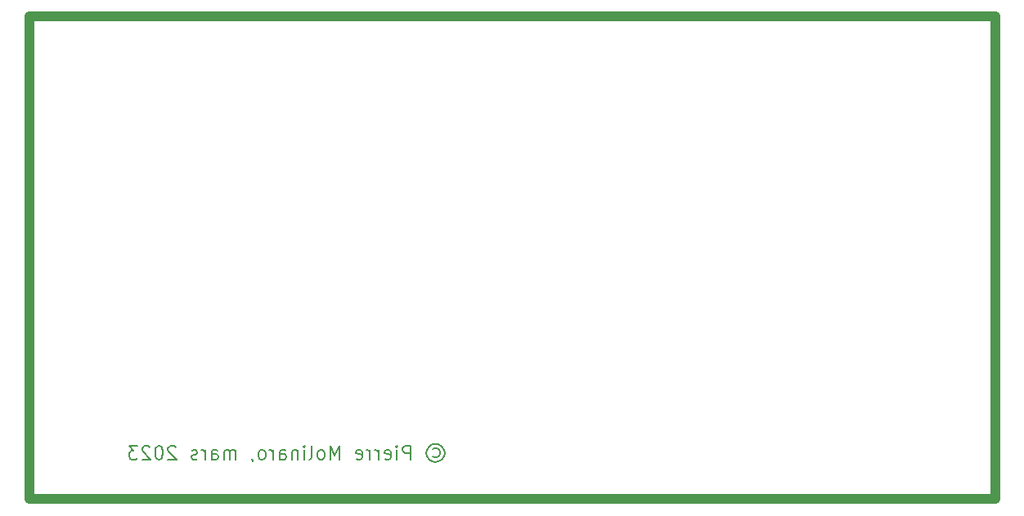
<source format=gbo>
%FSLAX24Y24*%
%MOIN*%
%ADD10C,0.0053*%
%ADD11C,0.0394*%
D10*
G01X16452Y2038D02*
X16505Y2064D01*
X16505Y2064D02*
X16611Y2064D01*
X16611Y2064D02*
X16664Y2038D01*
X16664Y2038D02*
X16716Y1985D01*
X16716Y1985D02*
X16743Y1932D01*
X16743Y1932D02*
X16743Y1826D01*
X16743Y1826D02*
X16716Y1773D01*
X16716Y1773D02*
X16664Y1720D01*
X16664Y1720D02*
X16611Y1694D01*
X16611Y1694D02*
X16505Y1694D01*
X16505Y1694D02*
X16452Y1720D01*
X16558Y2250D02*
X16690Y2223D01*
X16690Y2223D02*
X16822Y2144D01*
X16822Y2144D02*
X16902Y2011D01*
X16902Y2011D02*
X16928Y1879D01*
X16928Y1879D02*
X16902Y1747D01*
X16902Y1747D02*
X16822Y1615D01*
X16822Y1615D02*
X16690Y1535D01*
X16690Y1535D02*
X16558Y1509D01*
X16558Y1509D02*
X16425Y1535D01*
X16425Y1535D02*
X16293Y1615D01*
X16293Y1615D02*
X16214Y1747D01*
X16214Y1747D02*
X16187Y1879D01*
X16187Y1879D02*
X16214Y2011D01*
X16214Y2011D02*
X16293Y2144D01*
X16293Y2144D02*
X16425Y2223D01*
X16425Y2223D02*
X16558Y2250D01*
X15526Y1615D02*
X15526Y2170D01*
X15526Y2170D02*
X15314Y2170D01*
X15314Y2170D02*
X15261Y2144D01*
X15261Y2144D02*
X15235Y2117D01*
X15235Y2117D02*
X15208Y2064D01*
X15208Y2064D02*
X15208Y1985D01*
X15208Y1985D02*
X15235Y1932D01*
X15235Y1932D02*
X15261Y1906D01*
X15261Y1906D02*
X15314Y1879D01*
X15314Y1879D02*
X15526Y1879D01*
X14970Y1615D02*
X14970Y1985D01*
X14970Y2170D02*
X14997Y2144D01*
X14997Y2144D02*
X14970Y2117D01*
X14970Y2117D02*
X14944Y2144D01*
X14944Y2144D02*
X14970Y2170D01*
X14970Y2170D02*
X14970Y2117D01*
X14494Y1641D02*
X14547Y1615D01*
X14547Y1615D02*
X14653Y1615D01*
X14653Y1615D02*
X14706Y1641D01*
X14706Y1641D02*
X14732Y1694D01*
X14732Y1694D02*
X14732Y1906D01*
X14732Y1906D02*
X14706Y1958D01*
X14706Y1958D02*
X14653Y1985D01*
X14653Y1985D02*
X14547Y1985D01*
X14547Y1985D02*
X14494Y1958D01*
X14494Y1958D02*
X14468Y1906D01*
X14468Y1906D02*
X14468Y1853D01*
X14468Y1853D02*
X14732Y1800D01*
X14230Y1615D02*
X14230Y1985D01*
X14230Y1879D02*
X14203Y1932D01*
X14203Y1932D02*
X14177Y1958D01*
X14177Y1958D02*
X14124Y1985D01*
X14124Y1985D02*
X14071Y1985D01*
X13886Y1615D02*
X13886Y1985D01*
X13886Y1879D02*
X13859Y1932D01*
X13859Y1932D02*
X13833Y1958D01*
X13833Y1958D02*
X13780Y1985D01*
X13780Y1985D02*
X13727Y1985D01*
X13330Y1641D02*
X13383Y1615D01*
X13383Y1615D02*
X13489Y1615D01*
X13489Y1615D02*
X13542Y1641D01*
X13542Y1641D02*
X13568Y1694D01*
X13568Y1694D02*
X13568Y1906D01*
X13568Y1906D02*
X13542Y1958D01*
X13542Y1958D02*
X13489Y1985D01*
X13489Y1985D02*
X13383Y1985D01*
X13383Y1985D02*
X13330Y1958D01*
X13330Y1958D02*
X13304Y1906D01*
X13304Y1906D02*
X13304Y1853D01*
X13304Y1853D02*
X13568Y1800D01*
X12642Y1615D02*
X12642Y2170D01*
X12642Y2170D02*
X12457Y1773D01*
X12457Y1773D02*
X12272Y2170D01*
X12272Y2170D02*
X12272Y1615D01*
X11928Y1615D02*
X11981Y1641D01*
X11981Y1641D02*
X12007Y1667D01*
X12007Y1667D02*
X12034Y1720D01*
X12034Y1720D02*
X12034Y1879D01*
X12034Y1879D02*
X12007Y1932D01*
X12007Y1932D02*
X11981Y1958D01*
X11981Y1958D02*
X11928Y1985D01*
X11928Y1985D02*
X11849Y1985D01*
X11849Y1985D02*
X11796Y1958D01*
X11796Y1958D02*
X11769Y1932D01*
X11769Y1932D02*
X11743Y1879D01*
X11743Y1879D02*
X11743Y1720D01*
X11743Y1720D02*
X11769Y1667D01*
X11769Y1667D02*
X11796Y1641D01*
X11796Y1641D02*
X11849Y1615D01*
X11849Y1615D02*
X11928Y1615D01*
X11425Y1615D02*
X11478Y1641D01*
X11478Y1641D02*
X11505Y1694D01*
X11505Y1694D02*
X11505Y2170D01*
X11214Y1615D02*
X11214Y1985D01*
X11214Y2170D02*
X11240Y2144D01*
X11240Y2144D02*
X11214Y2117D01*
X11214Y2117D02*
X11187Y2144D01*
X11187Y2144D02*
X11214Y2170D01*
X11214Y2170D02*
X11214Y2117D01*
X10949Y1985D02*
X10949Y1615D01*
X10949Y1932D02*
X10923Y1958D01*
X10923Y1958D02*
X10870Y1985D01*
X10870Y1985D02*
X10791Y1985D01*
X10791Y1985D02*
X10738Y1958D01*
X10738Y1958D02*
X10711Y1906D01*
X10711Y1906D02*
X10711Y1615D01*
X10208Y1615D02*
X10208Y1906D01*
X10208Y1906D02*
X10235Y1958D01*
X10235Y1958D02*
X10288Y1985D01*
X10288Y1985D02*
X10394Y1985D01*
X10394Y1985D02*
X10447Y1958D01*
X10208Y1641D02*
X10261Y1615D01*
X10261Y1615D02*
X10394Y1615D01*
X10394Y1615D02*
X10447Y1641D01*
X10447Y1641D02*
X10473Y1694D01*
X10473Y1694D02*
X10473Y1747D01*
X10473Y1747D02*
X10447Y1800D01*
X10447Y1800D02*
X10394Y1826D01*
X10394Y1826D02*
X10261Y1826D01*
X10261Y1826D02*
X10208Y1853D01*
X9944Y1615D02*
X9944Y1985D01*
X9944Y1879D02*
X9917Y1932D01*
X9917Y1932D02*
X9891Y1958D01*
X9891Y1958D02*
X9838Y1985D01*
X9838Y1985D02*
X9785Y1985D01*
X9521Y1615D02*
X9574Y1641D01*
X9574Y1641D02*
X9600Y1667D01*
X9600Y1667D02*
X9626Y1720D01*
X9626Y1720D02*
X9626Y1879D01*
X9626Y1879D02*
X9600Y1932D01*
X9600Y1932D02*
X9574Y1958D01*
X9574Y1958D02*
X9521Y1985D01*
X9521Y1985D02*
X9441Y1985D01*
X9441Y1985D02*
X9388Y1958D01*
X9388Y1958D02*
X9362Y1932D01*
X9362Y1932D02*
X9335Y1879D01*
X9335Y1879D02*
X9335Y1720D01*
X9335Y1720D02*
X9362Y1667D01*
X9362Y1667D02*
X9388Y1641D01*
X9388Y1641D02*
X9441Y1615D01*
X9441Y1615D02*
X9521Y1615D01*
X9071Y1641D02*
X9071Y1615D01*
X9071Y1615D02*
X9097Y1562D01*
X9097Y1562D02*
X9124Y1535D01*
X8410Y1615D02*
X8410Y1985D01*
X8410Y1932D02*
X8383Y1958D01*
X8383Y1958D02*
X8330Y1985D01*
X8330Y1985D02*
X8251Y1985D01*
X8251Y1985D02*
X8198Y1958D01*
X8198Y1958D02*
X8171Y1906D01*
X8171Y1906D02*
X8171Y1615D01*
X8171Y1906D02*
X8145Y1958D01*
X8145Y1958D02*
X8092Y1985D01*
X8092Y1985D02*
X8013Y1985D01*
X8013Y1985D02*
X7960Y1958D01*
X7960Y1958D02*
X7933Y1906D01*
X7933Y1906D02*
X7933Y1615D01*
X7431Y1615D02*
X7431Y1906D01*
X7431Y1906D02*
X7457Y1958D01*
X7457Y1958D02*
X7510Y1985D01*
X7510Y1985D02*
X7616Y1985D01*
X7616Y1985D02*
X7669Y1958D01*
X7431Y1641D02*
X7484Y1615D01*
X7484Y1615D02*
X7616Y1615D01*
X7616Y1615D02*
X7669Y1641D01*
X7669Y1641D02*
X7695Y1694D01*
X7695Y1694D02*
X7695Y1747D01*
X7695Y1747D02*
X7669Y1800D01*
X7669Y1800D02*
X7616Y1826D01*
X7616Y1826D02*
X7484Y1826D01*
X7484Y1826D02*
X7431Y1853D01*
X7166Y1615D02*
X7166Y1985D01*
X7166Y1879D02*
X7140Y1932D01*
X7140Y1932D02*
X7113Y1958D01*
X7113Y1958D02*
X7060Y1985D01*
X7060Y1985D02*
X7007Y1985D01*
X6849Y1641D02*
X6796Y1615D01*
X6796Y1615D02*
X6690Y1615D01*
X6690Y1615D02*
X6637Y1641D01*
X6637Y1641D02*
X6611Y1694D01*
X6611Y1694D02*
X6611Y1720D01*
X6611Y1720D02*
X6637Y1773D01*
X6637Y1773D02*
X6690Y1800D01*
X6690Y1800D02*
X6769Y1800D01*
X6769Y1800D02*
X6822Y1826D01*
X6822Y1826D02*
X6849Y1879D01*
X6849Y1879D02*
X6849Y1906D01*
X6849Y1906D02*
X6822Y1958D01*
X6822Y1958D02*
X6769Y1985D01*
X6769Y1985D02*
X6690Y1985D01*
X6690Y1985D02*
X6637Y1958D01*
X5976Y2117D02*
X5949Y2144D01*
X5949Y2144D02*
X5896Y2170D01*
X5896Y2170D02*
X5764Y2170D01*
X5764Y2170D02*
X5711Y2144D01*
X5711Y2144D02*
X5685Y2117D01*
X5685Y2117D02*
X5658Y2064D01*
X5658Y2064D02*
X5658Y2011D01*
X5658Y2011D02*
X5685Y1932D01*
X5685Y1932D02*
X6002Y1615D01*
X6002Y1615D02*
X5658Y1615D01*
X5314Y2170D02*
X5261Y2170D01*
X5261Y2170D02*
X5208Y2144D01*
X5208Y2144D02*
X5182Y2117D01*
X5182Y2117D02*
X5156Y2064D01*
X5156Y2064D02*
X5129Y1958D01*
X5129Y1958D02*
X5129Y1826D01*
X5129Y1826D02*
X5156Y1720D01*
X5156Y1720D02*
X5182Y1667D01*
X5182Y1667D02*
X5208Y1641D01*
X5208Y1641D02*
X5261Y1615D01*
X5261Y1615D02*
X5314Y1615D01*
X5314Y1615D02*
X5367Y1641D01*
X5367Y1641D02*
X5394Y1667D01*
X5394Y1667D02*
X5420Y1720D01*
X5420Y1720D02*
X5447Y1826D01*
X5447Y1826D02*
X5447Y1958D01*
X5447Y1958D02*
X5420Y2064D01*
X5420Y2064D02*
X5394Y2117D01*
X5394Y2117D02*
X5367Y2144D01*
X5367Y2144D02*
X5314Y2170D01*
X4917Y2117D02*
X4891Y2144D01*
X4891Y2144D02*
X4838Y2170D01*
X4838Y2170D02*
X4706Y2170D01*
X4706Y2170D02*
X4653Y2144D01*
X4653Y2144D02*
X4626Y2117D01*
X4626Y2117D02*
X4600Y2064D01*
X4600Y2064D02*
X4600Y2011D01*
X4600Y2011D02*
X4626Y1932D01*
X4626Y1932D02*
X4944Y1615D01*
X4944Y1615D02*
X4600Y1615D01*
X4415Y2170D02*
X4071Y2170D01*
X4071Y2170D02*
X4256Y1958D01*
X4256Y1958D02*
X4177Y1958D01*
X4177Y1958D02*
X4124Y1932D01*
X4124Y1932D02*
X4097Y1906D01*
X4097Y1906D02*
X4071Y1853D01*
X4071Y1853D02*
X4071Y1720D01*
X4071Y1720D02*
X4097Y1667D01*
X4097Y1667D02*
X4124Y1641D01*
X4124Y1641D02*
X4177Y1615D01*
X4177Y1615D02*
X4335Y1615D01*
X4335Y1615D02*
X4388Y1641D01*
X4388Y1641D02*
X4415Y1667D01*
D11*
G01X0Y0D02*
X0Y19685D01*
X39370Y19685D01*
X39370Y0D01*
X0Y0D01*
M02*

</source>
